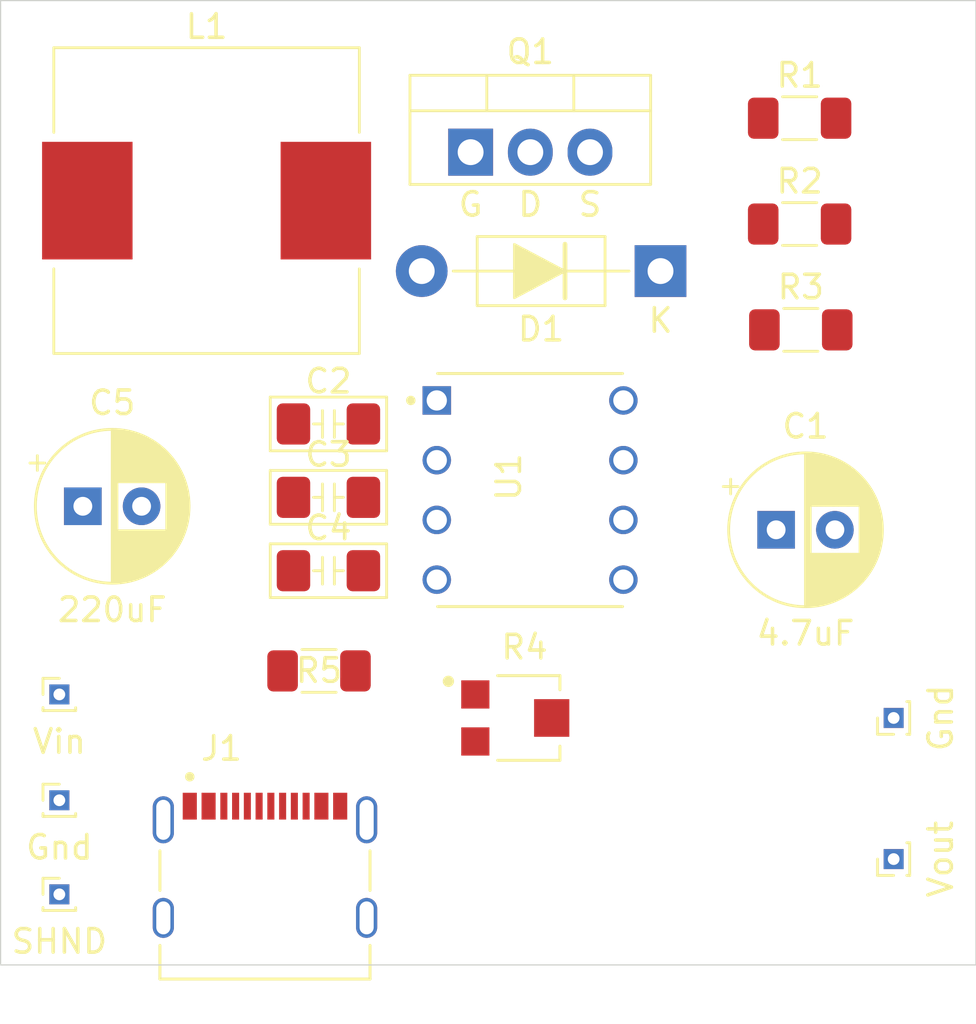
<source format=kicad_pcb>
(kicad_pcb (version 20240108) (generator "pcbnew") (generator_version "8.0")
  (layers (0 "F.Cu" signal) (31 "B.Cu" signal) (34 "B.Paste" user) (35 "F.Paste" user) (36 "B.SilkS" user "B.Silkscreen") (37 "F.SilkS" user "F.Silkscreen") (38 "B.Mask" user) (39 "F.Mask" user) (44 "Edge.Cuts" user))
  (net 0 "")
  (net 1 "VOUT")
  (net 2 "GND")
  (net 3 "Net-(U1-REF)")
  (net 4 "VIN")
  (net 5 "Net-(D1-A)")
  (net 6 "Net-(Q1-S)")
  (net 7 "Net-(Q1-G)")
  (net 8 "SHDN")
  (net 9 "Net-(R1-Pad1)")
  (net 10 "Net-(U1-FB)")
  (net 16 "Net-(J1-CC1)")
  (footprint "PCM_Capacitor_SMD_AKL:C_1206_3216Metric_Pad1.42x1.75mm_HandSolder" (layer "F.Cu") (at 65.95 49.24)
    (property "Reference" "C4" (at 0 -1.82 0) (layer "F.SilkS"))
    (property "Value" "0.1uF")
    (fp_line (start -2.4765 -1.143) (end -2.4765 -1.0795) (stroke (width 0.12)) (layer "F.SilkS"))
    (fp_line (start -2.4765 -1.0795) (end -2.4765 1.143) (stroke (width 0.12)) (layer "F.SilkS"))
    (fp_line (start -2.4765 1.143) (end 2.4765 1.143) (stroke (width 0.12)) (layer "F.SilkS"))
    (fp_line (start -0.254 -0.5715) (end -0.254 0.5715) (stroke (width 0.12)) (layer "F.SilkS"))
    (fp_line (start -0.254 0) (end -0.635 0) (stroke (width 0.12)) (layer "F.SilkS"))
    (fp_line (start 0.254 -0.5715) (end 0.254 0.5715) (stroke (width 0.12)) (layer "F.SilkS"))
    (fp_line (start 0.254 0) (end 0.635 0) (stroke (width 0.12)) (layer "F.SilkS"))
    (fp_line (start 2.4765 -1.143) (end -2.4765 -1.143) (stroke (width 0.12)) (layer "F.SilkS"))
    (fp_line (start 2.4765 1.143) (end 2.4765 -1.143) (stroke (width 0.12)) (layer "F.SilkS"))
    (pad "1" smd roundrect (at -1.4875 0) (size 1.425 1.75) (layers "F.Cu" "F.Paste" "F.Mask") (roundrect_rratio 0.175439) (net 4 "VIN"))
    (pad "2" smd roundrect (at 1.4875 0) (size 1.425 1.75) (layers "F.Cu" "F.Paste" "F.Mask") (roundrect_rratio 0.175439) (net 2 "GND"))
  )
  (footprint "TYPE-C-31-M-12:HRO_TYPE-C-31-M-12" (layer "F.Cu") (at 63.25 64)
    (property "Reference" "J1" (at -1.85 -7.205 0) (layer "F.SilkS"))
    (property "Value" "TYPE-C-31-M-12")
    (fp_line (start -4.47 -2.85) (end -4.47 -1.17) (stroke (width 0.127)) (layer "F.SilkS"))
    (fp_line (start -4.47 2.6) (end -4.47 1.17) (stroke (width 0.127)) (layer "F.SilkS"))
    (fp_line (start -4.47 2.6) (end 4.47 2.6) (stroke (width 0.127)) (layer "F.SilkS"))
    (fp_line (start 4.47 -2.85) (end 4.47 -1.17) (stroke (width 0.127)) (layer "F.SilkS"))
    (fp_line (start 4.47 2.6) (end 4.47 1.17) (stroke (width 0.127)) (layer "F.SilkS"))
    (fp_circle (center -3.2 -6) (end -3.1 -6) (stroke (width 0.2)) (fill none) (layer "F.SilkS"))
    (pad "" np_thru_hole circle (at -2.89 -3.68) (size 0.6 0.6) (drill 0.6) (layers "*.Cu" "*.Mask"))
    (pad "" np_thru_hole circle (at 2.89 -3.68) (size 0.6 0.6) (drill 0.6) (layers "*.Cu" "*.Mask"))
    (pad "A1_B12" smd rect (at -3.2 -4.75) (size 0.6 1.14) (layers "F.Cu" "F.Paste") (net 2 "GND"))
    (pad "A4_B9" smd rect (at -2.4 -4.75) (size 0.6 1.14) (layers "F.Cu" "F.Paste") (net 4 "VIN"))
    (pad "A5" smd rect (at -1.25 -4.75) (size 0.3 1.14) (layers "F.Cu" "F.Paste") (net 16 "Net-(J1-CC1)"))
    (pad "A6" smd rect (at -0.25 -4.75) (size 0.3 1.14) (layers "F.Cu" "F.Paste"))
    (pad "A7" smd rect (at 0.25 -4.75) (size 0.3 1.14) (layers "F.Cu" "F.Paste"))
    (pad "A8" smd rect (at 1.25 -4.75) (size 0.3 1.14) (layers "F.Cu" "F.Paste"))
    (pad "B1_A12" smd rect (at 3.2 -4.75) (size 0.6 1.14) (layers "F.Cu" "F.Paste") (net 2 "GND"))
    (pad "B4_A9" smd rect (at 2.4 -4.75) (size 0.6 1.14) (layers "F.Cu" "F.Paste") (net 4 "VIN"))
    (pad "B5" smd rect (at 1.75 -4.75) (size 0.3 1.14) (layers "F.Cu" "F.Paste"))
    (pad "B6" smd rect (at 0.75 -4.75) (size 0.3 1.14) (layers "F.Cu" "F.Paste"))
    (pad "B7" smd rect (at -0.75 -4.75) (size 0.3 1.14) (layers "F.Cu" "F.Paste"))
    (pad "B8" smd rect (at -1.75 -4.75) (size 0.3 1.14) (layers "F.Cu" "F.Paste"))
    (pad "S1" thru_hole oval (at -4.325 -4.17) (size 0.9 2) (drill oval 0.6 1.7) (layers "*.Cu" "*.Mask") (net 2 "GND"))
    (pad "S2" thru_hole oval (at 4.325 -4.17) (size 0.9 2) (drill oval 0.6 1.7) (layers "*.Cu" "*.Mask") (net 2 "GND"))
    (pad "S3" thru_hole oval (at -4.325 0) (size 0.9 1.7) (drill oval 0.6 1.4) (layers "*.Cu" "*.Mask") (net 2 "GND"))
    (pad "S4" thru_hole oval (at 4.325 0) (size 0.9 1.7) (drill oval 0.6 1.4) (layers "*.Cu" "*.Mask") (net 2 "GND"))
  )
  (footprint "PCM_Diode_THT_AKL:D_DO-41_SOD81_P10.16mm_Horizontal" (layer "F.Cu") (at 80.08 36.5 180)
    (property "Reference" "D1" (at 5.08 -2.47 360) (layer "F.SilkS"))
    (property "Value" "UF4007" (hide yes))
    (fp_line (start 8.82 0) (end 7.8 0) (stroke (width 0.12)) (layer "F.SilkS"))
    (fp_line (start 7.8 1.47) (end 7.8 -1.47) (stroke (width 0.12)) (layer "F.SilkS"))
    (fp_line (start 7.8 -1.47) (end 2.36 -1.47) (stroke (width 0.12)) (layer "F.SilkS"))
    (fp_line (start 6.223 0) (end 7.8 0) (stroke (width 0.12)) (layer "F.SilkS"))
    (fp_line (start 4.064 0) (end 2.36 0) (stroke (width 0.12)) (layer "F.SilkS"))
    (fp_line (start 4.064 -1.143) (end 4.064 1.143) (stroke (width 0.2)) (layer "F.SilkS"))
    (fp_line (start 2.36 1.47) (end 7.8 1.47) (stroke (width 0.12)) (layer "F.SilkS"))
    (fp_line (start 2.36 -1.47) (end 2.36 1.47) (stroke (width 0.12)) (layer "F.SilkS"))
    (fp_line (start 1.34 0) (end 2.36 0) (stroke (width 0.12)) (layer "F.SilkS"))
    (fp_poly (pts (xy 6.223 1.143) (xy 4.064 0) (xy 6.223 -1.143)) (stroke (width 0.1)) (fill solid) (layer "F.SilkS"))
    (fp_text user "K" (at 0 -2.1 360) (layer "F.SilkS"))
    (pad "1" thru_hole rect (at 0 0 180) (size 2.2 2.2) (drill 1.1) (layers "*.Cu" "*.Mask") (net 1 "VOUT"))
    (pad "2" thru_hole oval (at 10.16 0 180) (size 2.2 2.2) (drill 1.1) (layers "*.Cu" "*.Mask") (net 5 "Net-(D1-A)"))
  )
  (footprint "Capacitor_THT:CP_Radial_D6.3mm_P2.50mm" (layer "F.Cu") (at 55.5 46.5)
    (property "Reference" "C5" (at 1.25 -4.4 0) (layer "F.SilkS"))
    (property "Value" "220uF" (at 1.25 4.4 0) (layer "F.SilkS"))
    (fp_line (start -2.250241 -1.839) (end -1.620241 -1.839) (stroke (width 0.12)) (layer "F.SilkS"))
    (fp_line (start -1.935241 -2.154) (end -1.935241 -1.524) (stroke (width 0.12)) (layer "F.SilkS"))
    (fp_line (start 1.25 -3.23) (end 1.25 3.23) (stroke (width 0.12)) (layer "F.SilkS"))
    (fp_line (start 1.29 -3.23) (end 1.29 3.23) (stroke (width 0.12)) (layer "F.SilkS"))
    (fp_line (start 1.33 -3.23) (end 1.33 3.23) (stroke (width 0.12)) (layer "F.SilkS"))
    (fp_line (start 1.37 -3.228) (end 1.37 3.228) (stroke (width 0.12)) (layer "F.SilkS"))
    (fp_line (start 1.41 -3.227) (end 1.41 3.227) (stroke (width 0.12)) (layer "F.SilkS"))
    (fp_line (start 1.45 -3.224) (end 1.45 3.224) (stroke (width 0.12)) (layer "F.SilkS"))
    (fp_line (start 1.49 -3.222) (end 1.49 -1.04) (stroke (width 0.12)) (layer "F.SilkS"))
    (fp_line (start 1.49 1.04) (end 1.49 3.222) (stroke (width 0.12)) (layer "F.SilkS"))
    (fp_line (start 1.53 -3.218) (end 1.53 -1.04) (stroke (width 0.12)) (layer "F.SilkS"))
    (fp_line (start 1.53 1.04) (end 1.53 3.218) (stroke (width 0.12)) (layer "F.SilkS"))
    (fp_line (start 1.57 -3.215) (end 1.57 -1.04) (stroke (width 0.12)) (layer "F.SilkS"))
    (fp_line (start 1.57 1.04) (end 1.57 3.215) (stroke (width 0.12)) (layer "F.SilkS"))
    (fp_line (start 1.61 -3.211) (end 1.61 -1.04) (stroke (width 0.12)) (layer "F.SilkS"))
    (fp_line (start 1.61 1.04) (end 1.61 3.211) (stroke (width 0.12)) (layer "F.SilkS"))
    (fp_line (start 1.65 -3.206) (end 1.65 -1.04) (stroke (width 0.12)) (layer "F.SilkS"))
    (fp_line (start 1.65 1.04) (end 1.65 3.206) (stroke (width 0.12)) (layer "F.SilkS"))
    (fp_line (start 1.69 -3.201) (end 1.69 -1.04) (stroke (width 0.12)) (layer "F.SilkS"))
    (fp_line (start 1.69 1.04) (end 1.69 3.201) (stroke (width 0.12)) (layer "F.SilkS"))
    (fp_line (start 1.73 -3.195) (end 1.73 -1.04) (stroke (width 0.12)) (layer "F.SilkS"))
    (fp_line (start 1.73 1.04) (end 1.73 3.195) (stroke (width 0.12)) (layer "F.SilkS"))
    (fp_line (start 1.77 -3.189) (end 1.77 -1.04) (stroke (width 0.12)) (layer "F.SilkS"))
    (fp_line (start 1.77 1.04) (end 1.77 3.189) (stroke (width 0.12)) (layer "F.SilkS"))
    (fp_line (start 1.81 -3.182) (end 1.81 -1.04) (stroke (width 0.12)) (layer "F.SilkS"))
    (fp_line (start 1.81 1.04) (end 1.81 3.182) (stroke (width 0.12)) (layer "F.SilkS"))
    (fp_line (start 1.85 -3.175) (end 1.85 -1.04) (stroke (width 0.12)) (layer "F.SilkS"))
    (fp_line (start 1.85 1.04) (end 1.85 3.175) (stroke (width 0.12)) (layer "F.SilkS"))
    (fp_line (start 1.89 -3.167) (end 1.89 -1.04) (stroke (width 0.12)) (layer "F.SilkS"))
    (fp_line (start 1.89 1.04) (end 1.89 3.167) (stroke (width 0.12)) (layer "F.SilkS"))
    (fp_line (start 1.93 -3.159) (end 1.93 -1.04) (stroke (width 0.12)) (layer "F.SilkS"))
    (fp_line (start 1.93 1.04) (end 1.93 3.159) (stroke (width 0.12)) (layer "F.SilkS"))
    (fp_line (start 1.971 -3.15) (end 1.971 -1.04) (stroke (width 0.12)) (layer "F.SilkS"))
    (fp_line (start 1.971 1.04) (end 1.971 3.15) (stroke (width 0.12)) (layer "F.SilkS"))
    (fp_line (start 2.011 -3.141) (end 2.011 -1.04) (stroke (width 0.12)) (layer "F.SilkS"))
    (fp_line (start 2.011 1.04) (end 2.011 3.141) (stroke (width 0.12)) (layer "F.SilkS"))
    (fp_line (start 2.051 -3.131) (end 2.051 -1.04) (stroke (width 0.12)) (layer "F.SilkS"))
    (fp_line (start 2.051 1.04) (end 2.051 3.131) (stroke (width 0.12)) (layer "F.SilkS"))
    (fp_line (start 2.091 -3.121) (end 2.091 -1.04) (stroke (width 0.12)) (layer "F.SilkS"))
    (fp_line (start 2.091 1.04) (end 2.091 3.121) (stroke (width 0.12)) (layer "F.SilkS"))
    (fp_line (start 2.131 -3.11) (end 2.131 -1.04) (stroke (width 0.12)) (layer "F.SilkS"))
    (fp_line (start 2.131 1.04) (end 2.131 3.11) (stroke (width 0.12)) (layer "F.SilkS"))
    (fp_line (start 2.171 -3.098) (end 2.171 -1.04) (stroke (width 0.12)) (layer "F.SilkS"))
    (fp_line (start 2.171 1.04) (end 2.171 3.098) (stroke (width 0.12)) (layer "F.SilkS"))
    (fp_line (start 2.211 -3.086) (end 2.211 -1.04) (stroke (width 0.12)) (layer "F.SilkS"))
    (fp_line (start 2.211 1.04) (end 2.211 3.086) (stroke (width 0.12)) (layer "F.SilkS"))
    (fp_line (start 2.251 -3.074) (end 2.251 -1.04) (stroke (width 0.12)) (layer "F.SilkS"))
    (fp_line (start 2.251 1.04) (end 2.251 3.074) (stroke (width 0.12)) (layer "F.SilkS"))
    (fp_line (start 2.291 -3.061) (end 2.291 -1.04) (stroke (width 0.12)) (layer "F.SilkS"))
    (fp_line (start 2.291 1.04) (end 2.291 3.061) (stroke (width 0.12)) (layer "F.SilkS"))
    (fp_line (start 2.331 -3.047) (end 2.331 -1.04) (stroke (width 0.12)) (layer "F.SilkS"))
    (fp_line (start 2.331 1.04) (end 2.331 3.047) (stroke (width 0.12)) (layer "F.SilkS"))
    (fp_line (start 2.371 -3.033) (end 2.371 -1.04) (stroke (width 0.12)) (layer "F.SilkS"))
    (fp_line (start 2.371 1.04) (end 2.371 3.033) (stroke (width 0.12)) (layer "F.SilkS"))
    (fp_line (start 2.411 -3.018) (end 2.411 -1.04) (stroke (width 0.12)) (layer "F.SilkS"))
    (fp_line (start 2.411 1.04) (end 2.411 3.018) (stroke (width 0.12)) (layer "F.SilkS"))
    (fp_line (start 2.451 -3.002) (end 2.451 -1.04) (stroke (width 0.12)) (layer "F.SilkS"))
    (fp_line (start 2.451 1.04) (end 2.451 3.002) (stroke (width 0.12)) (layer "F.SilkS"))
    (fp_line (start 2.491 -2.986) (end 2.491 -1.04) (stroke (width 0.12)) (layer "F.SilkS"))
    (fp_line (start 2.491 1.04) (end 2.491 2.986) (stroke (width 0.12)) (layer "F.SilkS"))
    (fp_line (start 2.531 -2.97) (end 2.531 -1.04) (stroke (width 0.12)) (layer "F.SilkS"))
    (fp_line (start 2.531 1.04) (end 2.531 2.97) (stroke (width 0.12)) (layer "F.SilkS"))
    (fp_line (start 2.571 -2.952) (end 2.571 -1.04) (stroke (width 0.12)) (layer "F.SilkS"))
    (fp_line (start 2.571 1.04) (end 2.571 2.952) (stroke (width 0.12)) (layer "F.SilkS"))
    (fp_line (start 2.611 -2.934) (end 2.611 -1.04) (stroke (width 0.12)) (layer "F.SilkS"))
    (fp_line (start 2.611 1.04) (end 2.611 2.934) (stroke (width 0.12)) (layer "F.SilkS"))
    (fp_line (start 2.651 -2.916) (end 2.651 -1.04) (stroke (width 0.12)) (layer "F.SilkS"))
    (fp_line (start 2.651 1.04) (end 2.651 2.916) (stroke (width 0.12)) (layer "F.SilkS"))
    (fp_line (start 2.691 -2.896) (end 2.691 -1.04) (stroke (width 0.12)) (layer "F.SilkS"))
    (fp_line (start 2.691 1.04) (end 2.691 2.896) (stroke (width 0.12)) (layer "F.SilkS"))
    (fp_line (start 2.731 -2.876) (end 2.731 -1.04) (stroke (width 0.12)) (layer "F.SilkS"))
    (fp_line (start 2.731 1.04) (end 2.731 2.876) (stroke (width 0.12)) (layer "F.SilkS"))
    (fp_line (start 2.771 -2.856) (end 2.771 -1.04) (stroke (width 0.12)) (layer "F.SilkS"))
    (fp_line (start 2.771 1.04) (end 2.771 2.856) (stroke (width 0.12)) (layer "F.SilkS"))
    (fp_line (start 2.811 -2.834) (end 2.811 -1.04) (stroke (width 0.12)) (layer "F.SilkS"))
    (fp_line (start 2.811 1.04) (end 2.811 2.834) (stroke (width 0.12)) (layer "F.SilkS"))
    (fp_line (start 2.851 -2.812) (end 2.851 -1.04) (stroke (width 0.12)) (layer "F.SilkS"))
    (fp_line (start 2.851 1.04) (end 2.851 2.812) (stroke (width 0.12)) (layer "F.SilkS"))
    (fp_line (start 2.891 -2.79) (end 2.891 -1.04) (stroke (width 0.12)) (layer "F.SilkS"))
    (fp_line (start 2.891 1.04) (end 2.891 2.79) (stroke (width 0.12)) (layer "F.SilkS"))
    (fp_line (start 2.931 -2.766) (end 2.931 -1.04) (stroke (width 0.12)) (layer "F.SilkS"))
    (fp_line (start 2.931 1.04) (end 2.931 2.766) (stroke (width 0.12)) (layer "F.SilkS"))
    (fp_line (start 2.971 -2.742) (end 2.971 -1.04) (stroke (width 0.12)) (layer "F.SilkS"))
    (fp_line (start 2.971 1.04) (end 2.971 2.742) (stroke (width 0.12)) (layer "F.SilkS"))
    (fp_line (start 3.011 -2.716) (end 3.011 -1.04) (stroke (width 0.12)) (layer "F.SilkS"))
    (fp_line (start 3.011 1.04) (end 3.011 2.716) (stroke (width 0.12)) (layer "F.SilkS"))
    (fp_line (start 3.051 -2.69) (end 3.051 -1.04) (stroke (width 0.12)) (layer "F.SilkS"))
    (fp_line (start 3.051 1.04) (end 3.051 2.69) (stroke (width 0.12)) (layer "F.SilkS"))
    (fp_line (start 3.091 -2.664) (end 3.091 -1.04) (stroke (width 0.12)) (layer "F.SilkS"))
    (fp_line (start 3.091 1.04) (end 3.091 2.664) (stroke (width 0.12)) (layer "F.SilkS"))
    (fp_line (start 3.131 -2.636) (end 3.131 -1.04) (stroke (width 0.12)) (layer "F.SilkS"))
    (fp_line (start 3.131 1.04) (end 3.131 2.636) (stroke (width 0.12)) (layer "F.SilkS"))
    (fp_line (start 3.171 -2.607) (end 3.171 -1.04) (stroke (width 0.12)) (layer "F.SilkS"))
    (fp_line (start 3.171 1.04) (end 3.171 2.607) (stroke (width 0.12)) (layer "F.SilkS"))
    (fp_line (start 3.211 -2.578) (end 3.211 -1.04) (stroke (width 0.12)) (layer "F.SilkS"))
    (fp_line (start 3.211 1.04) (end 3.211 2.578) (stroke (width 0.12)) (layer "F.SilkS"))
    (fp_line (start 3.251 -2.548) (end 3.251 -1.04) (stroke (width 0.12)) (layer "F.SilkS"))
    (fp_line (start 3.251 1.04) (end 3.251 2.548) (stroke (width 0.12)) (layer "F.SilkS"))
    (fp_line (start 3.291 -2.516) (end 3.291 -1.04) (stroke (width 0.12)) (layer "F.SilkS"))
    (fp_line (start 3.291 1.04) (end 3.291 2.516) (stroke (width 0.12)) (layer "F.SilkS"))
    (fp_line (start 3.331 -2.484) (end 3.331 -1.04) (stroke (width 0.12)) (layer "F.SilkS"))
    (fp_line (start 3.331 1.04) (end 3.331 2.484) (stroke (width 0.12)) (layer "F.SilkS"))
    (fp_line (start 3.371 -2.45) (end 3.371 -1.04) (stroke (width 0.12)) (layer "F.SilkS"))
    (fp_line (start 3.371 1.04) (end 3.371 2.45) (stroke (width 0.12)) (layer "F.SilkS"))
    (fp_line (start 3.411 -2.416) (end 3.411 -1.04) (stroke (width 0.12)) (layer "F.SilkS"))
    (fp_line (start 3.411 1.04) (end 3.411 2.416) (stroke (width 0.12)) (layer "F.SilkS"))
    (fp_line (start 3.451 -2.38) (end 3.451 -1.04) (stroke (width 0.12)) (layer "F.SilkS"))
    (fp_line (start 3.451 1.04) (end 3.451 2.38) (stroke (width 0.12)) (layer "F.SilkS"))
    (fp_line (start 3.491 -2.343) (end 3.491 -1.04) (stroke (width 0.12)) (layer "F.SilkS"))
    (fp_line (start 3.491 1.04) (end 3.491 2.343) (stroke (width 0.12)) (layer "F.SilkS"))
    (fp_line (start 3.531 -2.305) (end 3.531 -1.04) (stroke (width 0.12)) (layer "F.SilkS"))
    (fp_line (start 3.531 1.04) (end 3.531 2.305) (stroke (width 0.12)) (layer "F.SilkS"))
    (fp_line (start 3.571 -2.265) (end 3.571 2.265) (stroke (width 0.12)) (layer "F.SilkS"))
    (fp_line (start 3.611 -2.224) (end 3.611 2.224) (stroke (width 0.12)) (layer "F.SilkS"))
    (fp_line (start 3.651 -2.182) (end 3.651 2.182) (stroke (width 0.12)) (layer "F.SilkS"))
    (fp_line (start 3.691 -2.137) (end 3.691 2.137) (stroke (width 0.12)) (layer "F.SilkS"))
    (fp_line (start 3.731 -2.092) (end 3.731 2.092) (stroke (width 0.12)) (layer "F.SilkS"))
    (fp_line (start 3.771 -2.044) (end 3.771 2.044) (stroke (width 0.12)) (layer "F.SilkS"))
    (fp_line (start 3.811 -1.995) (end 3.811 1.995) (stroke (width 0.12)) (layer "F.SilkS"))
    (fp_line (start 3.851 -1.944) (end 3.851 1.944) (stroke (width 0.12)) (layer "F.SilkS"))
    (fp_line (start 3.891 -1.89) (end 3.891 1.89) (stroke (width 0.12)) (layer "F.SilkS"))
    (fp_line (start 3.931 -1.834) (end 3.931 1.834) (stroke (width 0.12)) (layer "F.SilkS"))
    (fp_line (start 3.971 -1.776) (end 3.971 1.776) (stroke (width 0.12)) (layer "F.SilkS"))
    (fp_line (start 4.011 -1.714) (end 4.011 1.714) (stroke (width 0.12)) (layer "F.SilkS"))
    (fp_line (start 4.051 -1.65) (end 4.051 1.65) (stroke (width 0.12)) (layer "F.SilkS"))
    (fp_line (start 4.091 -1.581) (end 4.091 1.581) (stroke (width 0.12)) (layer "F.SilkS"))
    (fp_line (start 4.131 -1.509) (end 4.131 1.509) (stroke (width 0.12)) (layer "F.SilkS"))
    (fp_line (start 4.171 -1.432) (end 4.171 1.432) (stroke (width 0.12)) (layer "F.SilkS"))
    (fp_line (start 4.211 -1.35) (end 4.211 1.35) (stroke (width 0.12)) (layer "F.SilkS"))
    (fp_line (start 4.251 -1.262) (end 4.251 1.262) (stroke (width 0.12)) (layer "F.SilkS"))
    (fp_line (start 4.291 -1.165) (end 4.291 1.165) (stroke (width 0.12)) (layer "F.SilkS"))
    (fp_line (start 4.331 -1.059) (end 4.331 1.059) (stroke (width 0.12)) (layer "F.SilkS"))
    (fp_line (start 4.371 -0.94) (end 4.371 0.94) (stroke (width 0.12)) (layer "F.SilkS"))
    (fp_line (start 4.411 -0.802) (end 4.411 0.802) (stroke (width 0.12)) (layer "F.SilkS"))
    (fp_line (start 4.451 -0.633) (end 4.451 0.633) (stroke (width 0.12)) (layer "F.SilkS"))
    (fp_line (start 4.491 -0.402) (end 4.491 0.402) (stroke (width 0.12)) (layer "F.SilkS"))
    (fp_circle (center 1.25 0) (end 4.52 0) (stroke (width 0.12)) (fill none) (layer "F.SilkS"))
    (pad "1" thru_hole rect (at 0 0) (size 1.6 1.6) (drill 0.8) (layers "*.Cu" "*.Mask") (net 4 "VIN"))
    (pad "2" thru_hole circle (at 2.5 0) (size 1.6 1.6) (drill 0.8) (layers "*.Cu" "*.Mask") (net 2 "GND"))
  )
  (footprint "PCM_Package_TO_SOT_THT_AKL:TO-220-3_Vertical_GDS" (layer "F.Cu") (at 72 31.445)
    (property "Reference" "Q1" (at 2.54 -4.27 0) (layer "F.SilkS"))
    (property "Value" "200N25N" (hide yes))
    (fp_line (start -2.58 -3.27) (end -2.58 1.371) (stroke (width 0.12)) (layer "F.SilkS"))
    (fp_line (start -2.58 -3.27) (end 7.66 -3.27) (stroke (width 0.12)) (layer "F.SilkS"))
    (fp_line (start -2.58 -1.76) (end 7.66 -1.76) (stroke (width 0.12)) (layer "F.SilkS"))
    (fp_line (start -2.58 1.371) (end 7.66 1.371) (stroke (width 0.12)) (layer "F.SilkS"))
    (fp_line (start 0.69 -3.27) (end 0.69 -1.76) (stroke (width 0.12)) (layer "F.SilkS"))
    (fp_line (start 4.391 -3.27) (end 4.391 -1.76) (stroke (width 0.12)) (layer "F.SilkS"))
    (fp_line (start 7.66 -3.27) (end 7.66 1.371) (stroke (width 0.12)) (layer "F.SilkS"))
    (fp_text user "S" (at 5.08 2.2225 0) (layer "F.SilkS"))
    (fp_text user "D" (at 2.54 2.2225 0) (layer "F.SilkS"))
    (fp_text user "G" (at 0 2.2225 0) (layer "F.SilkS"))
    (pad "1" thru_hole rect (at 0 0) (size 1.905 2) (drill 1.1) (layers "*.Cu" "*.Mask") (net 7 "Net-(Q1-G)"))
    (pad "2" thru_hole oval (at 2.54 0) (size 1.905 2) (drill 1.1) (layers "*.Cu" "*.Mask") (net 5 "Net-(D1-A)"))
    (pad "3" thru_hole oval (at 5.08 0) (size 1.905 2) (drill 1.1) (layers "*.Cu" "*.Mask") (net 6 "Net-(Q1-S)"))
  )
  (footprint "Capacitor_THT:CP_Radial_D6.3mm_P2.50mm" (layer "F.Cu") (at 85 47.5)
    (property "Reference" "C1" (at 1.25 -4.4 0) (layer "F.SilkS"))
    (property "Value" "4.7uF" (at 1.25 4.4 0) (layer "F.SilkS"))
    (fp_line (start -2.250241 -1.839) (end -1.620241 -1.839) (stroke (width 0.12)) (layer "F.SilkS"))
    (fp_line (start -1.935241 -2.154) (end -1.935241 -1.524) (stroke (width 0.12)) (layer "F.SilkS"))
    (fp_line (start 1.25 -3.23) (end 1.25 3.23) (stroke (width 0.12)) (layer "F.SilkS"))
    (fp_line (start 1.29 -3.23) (end 1.29 3.23) (stroke (width 0.12)) (layer "F.SilkS"))
    (fp_line (start 1.33 -3.23) (end 1.33 3.23) (stroke (width 0.12)) (layer "F.SilkS"))
    (fp_line (start 1.37 -3.228) (end 1.37 3.228) (stroke (width 0.12)) (layer "F.SilkS"))
    (fp_line (start 1.41 -3.227) (end 1.41 3.227) (stroke (width 0.12)) (layer "F.SilkS"))
    (fp_line (start 1.45 -3.224) (end 1.45 3.224) (stroke (width 0.12)) (layer "F.SilkS"))
    (fp_line (start 1.49 -3.222) (end 1.49 -1.04) (stroke (width 0.12)) (layer "F.SilkS"))
    (fp_line (start 1.49 1.04) (end 1.49 3.222) (stroke (width 0.12)) (layer "F.SilkS"))
    (fp_line (start 1.53 -3.218) (end 1.53 -1.04) (stroke (width 0.12)) (layer "F.SilkS"))
    (fp_line (start 1.53 1.04) (end 1.53 3.218) (stroke (width 0.12)) (layer "F.SilkS"))
    (fp_line (start 1.57 -3.215) (end 1.57 -1.04) (stroke (width 0.12)) (layer "F.SilkS"))
    (fp_line (start 1.57 1.04) (end 1.57 3.215) (stroke (width 0.12)) (layer "F.SilkS"))
    (fp_line (start 1.61 -3.211) (end 1.61 -1.04) (stroke (width 0.12)) (layer "F.SilkS"))
    (fp_line (start 1.61 1.04) (end 1.61 3.211) (stroke (width 0.12)) (layer "F.SilkS"))
    (fp_line (start 1.65 -3.206) (end 1.65 -1.04) (stroke (width 0.12)) (layer "F.SilkS"))
    (fp_line (start 1.65 1.04) (end 1.65 3.206) (stroke (width 0.12)) (layer "F.SilkS"))
    (fp_line (start 1.69 -3.201) (end 1.69 -1.04) (stroke (width 0.12)) (layer "F.SilkS"))
    (fp_line (start 1.69 1.04) (end 1.69 3.201) (stroke (width 0.12)) (layer "F.SilkS"))
    (fp_line (start 1.73 -3.195) (end 1.73 -1.04) (stroke (width 0.12)) (layer "F.SilkS"))
    (fp_line (start 1.73 1.04) (end 1.73 3.195) (stroke (width 0.12)) (layer "F.SilkS"))
    (fp_line (start 1.77 -3.189) (end 1.77 -1.04) (stroke (width 0.12)) (layer "F.SilkS"))
    (fp_line (start 1.77 1.04) (end 1.77 3.189) (stroke (width 0.12)) (layer "F.SilkS"))
    (fp_line (start 1.81 -3.182) (end 1.81 -1.04) (stroke (width 0.12)) (layer "F.SilkS"))
    (fp_line (start 1.81 1.04) (end 1.81 3.182) (stroke (width 0.12)) (layer "F.SilkS"))
    (fp_line (start 1.85 -3.175) (end 1.85 -1.04) (stroke (width 0.12)) (layer "F.SilkS"))
    (fp_line (start 1.85 1.04) (end 1.85 3.175) (stroke (width 0.12)) (layer "F.SilkS"))
    (fp_line (start 1.89 -3.167) (end 1.89 -1.04) (stroke (width 0.12)) (layer "F.SilkS"))
    (fp_line (start 1.89 1.04) (end 1.89 3.167) (stroke (width 0.12)) (layer "F.SilkS"))
    (fp_line (start 1.93 -3.159) (end 1.93 -1.04) (stroke (width 0.12)) (layer "F.SilkS"))
    (fp_line (start 1.93 1.04) (end 1.93 3.159) (stroke (width 0.12)) (layer "F.SilkS"))
    (fp_line (start 1.971 -3.15) (end 1.971 -1.04) (stroke (width 0.12)) (layer "F.SilkS"))
    (fp_line (start 1.971 1.04) (end 1.971 3.15) (stroke (width 0.12)) (layer "F.SilkS"))
    (fp_line (start 2.011 -3.141) (end 2.011 -1.04) (stroke (width 0.12)) (layer "F.SilkS"))
    (fp_line (start 2.011 1.04) (end 2.011 3.141) (stroke (width 0.12)) (layer "F.SilkS"))
    (fp_line (start 2.051 -3.131) (end 2.051 -1.04) (stroke (width 0.12)) (layer "F.SilkS"))
    (fp_line (start 2.051 1.04) (end 2.051 3.131) (stroke (width 0.12)) (layer "F.SilkS"))
    (fp_line (start 2.091 -3.121) (end 2.091 -1.04) (stroke (width 0.12)) (layer "F.SilkS"))
    (fp_line (start 2.091 1.04) (end 2.091 3.121) (stroke (width 0.12)) (layer "F.SilkS"))
    (fp_line (start 2.131 -3.11) (end 2.131 -1.04) (stroke (width 0.12)) (layer "F.SilkS"))
    (fp_line (start 2.131 1.04) (end 2.131 3.11) (stroke (width 0.12)) (layer "F.SilkS"))
    (fp_line (start 2.171 -3.098) (end 2.171 -1.04) (stroke (width 0.12)) (layer "F.SilkS"))
    (fp_line (start 2.171 1.04) (end 2.171 3.098) (stroke (width 0.12)) (layer "F.SilkS"))
    (fp_line (start 2.211 -3.086) (end 2.211 -1.04) (stroke (width 0.12)) (layer "F.SilkS"))
    (fp_line (start 2.211 1.04) (end 2.211 3.086) (stroke (width 0.12)) (layer "F.SilkS"))
    (fp_line (start 2.251 -3.074) (end 2.251 -1.04) (stroke (width 0.12)) (layer "F.SilkS"))
    (fp_line (start 2.251 1.04) (end 2.251 3.074) (stroke (width 0.12)) (layer "F.SilkS"))
    (fp_line (start 2.291 -3.061) (end 2.291 -1.04) (stroke (width 0.12)) (layer "F.SilkS"))
    (fp_line (start 2.291 1.04) (end 2.291 3.061) (stroke (width 0.12)) (layer "F.SilkS"))
    (fp_line (start 2.331 -3.047) (end 2.331 -1.04) (stroke (width 0.12)) (layer "F.SilkS"))
    (fp_line (start 2.331 1.04) (end 2.331 3.047) (stroke (width 0.12)) (layer "F.SilkS"))
    (fp_line (start 2.371 -3.033) (end 2.371 -1.04) (stroke (width 0.12)) (layer "F.SilkS"))
    (fp_line (start 2.371 1.04) (end 2.371 3.033) (stroke (width 0.12)) (layer "F.SilkS"))
    (fp_line (start 2.411 -3.018) (end 2.411 -1.04) (stroke (width 0.12)) (layer "F.SilkS"))
    (fp_line (start 2.411 1.04) (end 2.411 3.018) (stroke (width 0.12)) (layer "F.SilkS"))
    (fp_line (start 2.451 -3.002) (end 2.451 -1.04) (stroke (width 0.12)) (layer "F.SilkS"))
    (fp_line (start 2.451 1.04) (end 2.451 3.002) (stroke (width 0.12)) (layer "F.SilkS"))
    (fp_line (start 2.491 -2.986) (end 2.491 -1.04) (stroke (width 0.12)) (layer "F.SilkS"))
    (fp_line (start 2.491 1.04) (end 2.491 2.986) (stroke (width 0.12)) (layer "F.SilkS"))
    (fp_line (start 2.531 -2.97) (end 2.531 -1.04) (stroke (width 0.12)) (layer "F.SilkS"))
    (fp_line (start 2.531 1.04) (end 2.531 2.97) (stroke (width 0.12)) (layer "F.SilkS"))
    (fp_line (start 2.571 -2.952) (end 2.571 -1.04) (stroke (width 0.12)) (layer "F.SilkS"))
    (fp_line (start 2.571 1.04) (end 2.571 2.952) (stroke (width 0.12)) (layer "F.SilkS"))
    (fp_line (start 2.611 -2.934) (end 2.611 -1.04) (stroke (width 0.12)) (layer "F.SilkS"))
    (fp_line (start 2.611 1.04) (end 2.611 2.934) (stroke (width 0.12)) (layer "F.SilkS"))
    (fp_line (start 2.651 -2.916) (end 2.651 -1.04) (stroke (width 0.12)) (layer "F.SilkS"))
    (fp_line (start 2.651 1.04) (end 2.651 2.916) (stroke (width 0.12)) (layer "F.SilkS"))
    (fp_line (start 2.691 -2.896) (end 2.691 -1.04) (stroke (width 0.12)) (layer "F.SilkS"))
    (fp_line (start 2.691 1.04) (end 2.691 2.896) (stroke (width 0.12)) (layer "F.SilkS"))
    (fp_line (start 2.731 -2.876) (end 2.731 -1.04) (stroke (width 0.12)) (layer "F.SilkS"))
    (fp_line (start 2.731 1.04) (end 2.731 2.876) (stroke (width 0.12)) (layer "F.SilkS"))
    (fp_line (start 2.771 -2.856) (end 2.771 -1.04) (stroke (width 0.12)) (layer "F.SilkS"))
    (fp_line (start 2.771 1.04) (end 2.771 2.856) (stroke (width 0.12)) (layer "F.SilkS"))
    (fp_line (start 2.811 -2.834) (end 2.811 -1.04) (stroke (width 0.12)) (layer "F.SilkS"))
    (fp_line (start 2.811 1.04) (end 2.811 2.834) (stroke (width 0.12)) (layer "F.SilkS"))
    (fp_line (start 2.851 -2.812) (end 2.851 -1.04) (stroke (width 0.12)) (layer "F.SilkS"))
    (fp_line (start 2.851 1.04) (end 2.851 2.812) (stroke (width 0.12)) (layer "F.SilkS"))
    (fp_line (start 2.891 -2.79) (end 2.891 -1.04) (stroke (width 0.12)) (layer "F.SilkS"))
    (fp_line (start 2.891 1.04) (end 2.891 2.79) (stroke (width 0.12)) (layer "F.SilkS"))
    (fp_line (start 2.931 -2.766) (end 2.931 -1.04) (stroke (width 0.12)) (layer "F.SilkS"))
    (fp_line (start 2.931 1.04) (end 2.931 2.766) (stroke (width 0.12)) (layer "F.SilkS"))
    (fp_line (start 2.971 -2.742) (end 2.971 -1.04) (stroke (width 0.12)) (layer "F.SilkS"))
    (fp_line (start 2.971 1.04) (end 2.971 2.742) (stroke (width 0.12)) (layer "F.SilkS"))
    (fp_line (start 3.011 -2.716) (end 3.011 -1.04) (stroke (width 0.12)) (layer "F.SilkS"))
    (fp_line (start 3.011 1.04) (end 3.011 2.716) (stroke (width 0.12)) (layer "F.SilkS"))
    (fp_line (start 3.051 -2.69) (end 3.051 -1.04) (stroke (width 0.12)) (layer "F.SilkS"))
    (fp_line (start 3.051 1.04) (end 3.051 2.69) (stroke (width 0.12)) (layer "F.SilkS"))
    (fp_line (start 3.091 -2.664) (end 3.091 -1.04) (stroke (width 0.12)) (layer "F.SilkS"))
    (fp_line (start 3.091 1.04) (end 3.091 2.664) (stroke (width 0.12)) (layer "F.SilkS"))
    (fp_line (start 3.131 -2.636) (end 3.131 -1.04) (stroke (width 0.12)) (layer "F.SilkS"))
    (fp_line (start 3.131 1.04) (end 3.131 2.636) (stroke (width 0.12)) (layer "F.SilkS"))
    (fp_line (start 3.171 -2.607) (end 3.171 -1.04) (stroke (width 0.12)) (layer "F.SilkS"))
    (fp_line (start 3.171 1.04) (end 3.171 2.607) (stroke (width 0.12)) (layer "F.SilkS"))
    (fp_line (start 3.211 -2.578) (end 3.211 -1.04) (stroke (width 0.12)) (layer "F.SilkS"))
    (fp_line (start 3.211 1.04) (end 3.211 2.578) (stroke (width 0.12)) (layer "F.SilkS"))
    (fp_line (start 3.251 -2.548) (end 3.251 -1.04) (stroke (width 0.12)) (layer "F.SilkS"))
    (fp_line (start 3.251 1.04) (end 3.251 2.548) (stroke (width 0.12)) (layer "F.SilkS"))
    (fp_line (start 3.291 -2.516) (end 3.291 -1.04) (stroke (width 0.12)) (layer "F.SilkS"))
    (fp_line (start 3.291 1.04) (end 3.291 2.516) (stroke (width 0.12)) (layer "F.SilkS"))
    (fp_line (start 3.331 -2.484) (end 3.331 -1.04) (stroke (width 0.12)) (layer "F.SilkS"))
    (fp_line (start 3.331 1.04) (end 3.331 2.484) (stroke (width 0.12)) (layer "F.SilkS"))
    (fp_line (start 3.371 -2.45) (end 3.371 -1.04) (stroke (width 0.12)) (layer "F.SilkS"))
    (fp_line (start 3.371 1.04) (end 3.371 2.45) (stroke (width 0.12)) (layer "F.SilkS"))
    (fp_line (start 3.411 -2.416) (end 3.411 -1.04) (stroke (width 0.12)) (layer "F.SilkS"))
    (fp_line (start 3.411 1.04) (end 3.411 2.416) (stroke (width 0.12)) (layer "F.SilkS"))
    (fp_line (start 3.451 -2.38) (end 3.451 -1.04) (stroke (width 0.12)) (layer "F.SilkS"))
    (fp_line (start 3.451 1.04) (end 3.451 2.38) (stroke (width 0.12)) (layer "F.SilkS"))
    (fp_line (start 3.491 -2.343) (end 3.491 -1.04) (stroke (width 0.12)) (layer "F.SilkS"))
    (fp_line (start 3.491 1.04) (end 3.491 2.343) (stroke (width 0.12)) (layer "F.SilkS"))
    (fp_line (start 3.531 -2.305) (end 3.531 -1.04) (stroke (width 0.12)) (layer "F.SilkS"))
    (fp_line (start 3.531 1.04) (end 3.531 2.305) (stroke (width 0.12)) (layer "F.SilkS"))
    (fp_line (start 3.571 -2.265) (end 3.571 2.265) (stroke (width 0.12)) (layer "F.SilkS"))
    (fp_line (start 3.611 -2.224) (end 3.611 2.224) (stroke (width 0.12)) (layer "F.SilkS"))
    (fp_line (start 3.651 -2.182) (end 3.651 2.182) (stroke (width 0.12)) (layer "F.SilkS"))
    (fp_line (start 3.691 -2.137) (end 3.691 2.137) (stroke (width 0.12)) (layer "F.SilkS"))
    (fp_line (start 3.731 -2.092) (end 3.731 2.092) (stroke (width 0.12)) (layer "F.SilkS"))
    (fp_line (start 3.771 -2.044) (end 3.771 2.044) (stroke (width 0.12)) (layer "F.SilkS"))
    (fp_line (start 3.811 -1.995) (end 3.811 1.995) (stroke (width 0.12)) (layer "F.SilkS"))
    (fp_line (start 3.851 -1.944) (end 3.851 1.944) (stroke (width 0.12)) (layer "F.SilkS"))
    (fp_line (start 3.891 -1.89) (end 3.891 1.89) (stroke (width 0.12)) (layer "F.SilkS"))
    (fp_line (start 3.931 -1.834) (end 3.931 1.834) (stroke (width 0.12)) (layer "F.SilkS"))
    (fp_line (start 3.971 -1.776) (end 3.971 1.776) (stroke (width 0.12)) (layer "F.SilkS"))
    (fp_line (start 4.011 -1.714) (end 4.011 1.714) (stroke (width 0.12)) (layer "F.SilkS"))
    (fp_line (start 4.051 -1.65) (end 4.051 1.65) (stroke (width 0.12)) (layer "F.SilkS"))
    (fp_line (start 4.091 -1.581) (end 4.091 1.581) (stroke (width 0.12)) (layer "F.SilkS"))
    (fp_line (start 4.131 -1.509) (end 4.131 1.509) (stroke (width 0.12)) (layer "F.SilkS"))
    (fp_line (start 4.171 -1.432) (end 4.171 1.432) (stroke (width 0.12)) (layer "F.SilkS"))
    (fp_line (start 4.211 -1.35) (end 4.211 1.35) (stroke (width 0.12)) (layer "F.SilkS"))
    (fp_line (start 4.251 -1.262) (end 4.251 1.262) (stroke (width 0.12)) (layer "F.SilkS"))
    (fp_line (start 4.291 -1.165) (end 4.291 1.165) (stroke (width 0.12)) (layer "F.SilkS"))
    (fp_line (start 4.331 -1.059) (end 4.331 1.059) (stroke (width 0.12)) (layer "F.SilkS"))
    (fp_line (start 4.371 -0.94) (end 4.371 0.94) (stroke (width 0.12)) (layer "F.SilkS"))
    (fp_line (start 4.411 -0.802) (end 4.411 0.802) (stroke (width 0.12)) (layer "F.SilkS"))
    (fp_line (start 4.451 -0.633) (end 4.451 0.633) (stroke (width 0.12)) (layer "F.SilkS"))
    (fp_line (start 4.491 -0.402) (end 4.491 0.402) (stroke (width 0.12)) (layer "F.SilkS"))
    (fp_circle (center 1.25 0) (end 4.52 0) (stroke (width 0.12)) (fill none) (layer "F.SilkS"))
    (pad "1" thru_hole rect (at 0 0) (size 1.6 1.6) (drill 0.8) (layers "*.Cu" "*.Mask") (net 1 "VOUT"))
    (pad "2" thru_hole circle (at 2.5 0) (size 1.6 1.6) (drill 0.8) (layers "*.Cu" "*.Mask") (net 2 "GND"))
  )
  (footprint "Connector_PinHeader_1.00mm:PinHeader_1x01_P1.00mm_Vertical" (layer "F.Cu") (at 54.5 54.5)
    (property "Reference" "TP1" (hide yes))
    (property "Value" "Vin" (at 0 2 0) (layer "F.SilkS"))
    (fp_line (start -0.695 -0.685) (end 0 -0.685) (stroke (width 0.12)) (layer "F.SilkS"))
    (fp_line (start -0.695 0) (end -0.695 -0.685) (stroke (width 0.12)) (layer "F.SilkS"))
    (fp_line (start -0.695 0.685) (end -0.695 0.56) (stroke (width 0.12)) (layer "F.SilkS"))
    (fp_line (start -0.695 0.685) (end -0.608276 0.685) (stroke (width 0.12)) (layer "F.SilkS"))
    (fp_line (start -0.695 0.685) (end 0.695 0.685) (stroke (width 0.12)) (layer "F.SilkS"))
    (fp_line (start 0.608276 0.685) (end 0.695 0.685) (stroke (width 0.12)) (layer "F.SilkS"))
    (fp_line (start 0.695 0.685) (end 0.695 0.56) (stroke (width 0.12)) (layer "F.SilkS"))
    (pad "1" thru_hole rect (at 0 0) (size 0.85 0.85) (drill 0.5) (layers "*.Cu" "*.Mask") (net 4 "VIN"))
  )
  (footprint "Connector_PinHeader_1.00mm:PinHeader_1x01_P1.00mm_Vertical" (layer "F.Cu") (at 54.5 59)
    (property "Reference" "TP4" (hide yes))
    (property "Value" "Gnd" (at 0 2 0) (layer "F.SilkS"))
    (fp_line (start -0.695 -0.685) (end 0 -0.685) (stroke (width 0.12)) (layer "F.SilkS"))
    (fp_line (start -0.695 0) (end -0.695 -0.685) (stroke (width 0.12)) (layer "F.SilkS"))
    (fp_line (start -0.695 0.685) (end -0.695 0.56) (stroke (width 0.12)) (layer "F.SilkS"))
    (fp_line (start -0.695 0.685) (end -0.608276 0.685) (stroke (width 0.12)) (layer "F.SilkS"))
    (fp_line (start -0.695 0.685) (end 0.695 0.685) (stroke (width 0.12)) (layer "F.SilkS"))
    (fp_line (start 0.608276 0.685) (end 0.695 0.685) (stroke (width 0.12)) (layer "F.SilkS"))
    (fp_line (start 0.695 0.685) (end 0.695 0.56) (stroke (width 0.12)) (layer "F.SilkS"))
    (pad "1" thru_hole rect (at 0 0) (size 0.85 0.85) (drill 0.5) (layers "*.Cu" "*.Mask") (net 2 "GND"))
  )
  (footprint "Resistor_SMD:R_1206_3216Metric_Pad1.30x1.75mm_HandSolder" (layer "F.Cu") (at 86.05 39)
    (property "Reference" "R3" (at 0 -1.82 0) (layer "F.SilkS"))
    (property "Value" "0.3R")
    (fp_line (start -0.727064 -0.91) (end 0.727064 -0.91) (stroke (width 0.12)) (layer "F.SilkS"))
    (fp_line (start -0.727064 0.91) (end 0.727064 0.91) (stroke (width 0.12)) (layer "F.SilkS"))
    (pad "1" smd roundrect (at -1.55 0) (size 1.3 1.75) (layers "F.Cu" "F.Paste" "F.Mask") (roundrect_rratio 0.192308) (net 6 "Net-(Q1-S)"))
    (pad "2" smd roundrect (at 1.55 0) (size 1.3 1.75) (layers "F.Cu" "F.Paste" "F.Mask") (roundrect_rratio 0.192308) (net 2 "GND"))
  )
  (footprint "Connector_PinHeader_1.00mm:PinHeader_1x01_P1.00mm_Vertical" (layer "F.Cu") (at 90 61.5 90)
    (property "Reference" "TP2" (hide yes))
    (property "Value" "Vout" (at 0 2 90) (layer "F.SilkS"))
    (fp_line (start -0.695 -0.685) (end 0 -0.685) (stroke (width 0.12)) (layer "F.SilkS"))
    (fp_line (start -0.695 0) (end -0.695 -0.685) (stroke (width 0.12)) (layer "F.SilkS"))
    (fp_line (start 0.695 0.685) (end 0.695 0.56) (stroke (width 0.12)) (layer "F.SilkS"))
    (fp_line (start 0.608276 0.685) (end 0.695 0.685) (stroke (width 0.12)) (layer "F.SilkS"))
    (fp_line (start -0.695 0.685) (end -0.695 0.56) (stroke (width 0.12)) (layer "F.SilkS"))
    (fp_line (start -0.695 0.685) (end 0.695 0.685) (stroke (width 0.12)) (layer "F.SilkS"))
    (fp_line (start -0.695 0.685) (end -0.608276 0.685) (stroke (width 0.12)) (layer "F.SilkS"))
    (pad "1" thru_hole rect (at 0 0 90) (size 0.85 0.85) (drill 0.5) (layers "*.Cu" "*.Mask") (net 1 "VOUT"))
  )
  (footprint "Resistor_SMD:R_1206_3216Metric_Pad1.30x1.75mm_HandSolder" (layer "F.Cu") (at 86 34.5)
    (property "Reference" "R2" (at 0 -1.82 0) (layer "F.SilkS"))
    (property "Value" "10k")
    (fp_line (start -0.727064 -0.91) (end 0.727064 -0.91) (stroke (width 0.12)) (layer "F.SilkS"))
    (fp_line (start -0.727064 0.91) (end 0.727064 0.91) (stroke (width 0.12)) (layer "F.SilkS"))
    (pad "1" smd roundrect (at -1.55 0) (size 1.3 1.75) (layers "F.Cu" "F.Paste" "F.Mask") (roundrect_rratio 0.192308) (net 10 "Net-(U1-FB)"))
    (pad "2" smd roundrect (at 1.55 0) (size 1.3 1.75) (layers "F.Cu" "F.Paste" "F.Mask") (roundrect_rratio 0.192308) (net 2 "GND"))
  )
  (footprint "Inductor_SMD:L_Wuerth_HCI-1335" (layer "F.Cu") (at 60.765 33.505)
    (property "Reference" "L1" (at 0 -7.4 0) (layer "F.SilkS"))
    (property "Value" "110uH")
    (fp_line (start -6.5 -6.5) (end 6.5 -6.5) (stroke (width 0.12)) (layer "F.SilkS"))
    (fp_line (start -6.5 -2.9) (end -6.5 -6.5) (stroke (width 0.12)) (layer "F.SilkS"))
    (fp_line (start -6.5 2.9) (end -6.5 6.5) (stroke (width 0.12)) (layer "F.SilkS"))
    (fp_line (start -6.5 6.5) (end 6.5 6.5) (stroke (width 0.12)) (layer "F.SilkS"))
    (fp_line (start 6.5 -6.5) (end 6.5 -2.9) (stroke (width 0.12)) (layer "F.SilkS"))
    (fp_line (start 6.5 6.5) (end 6.5 2.9) (stroke (width 0.12)) (layer "F.SilkS"))
    (pad "1" smd rect (at -5.075 0) (size 3.85 5) (layers "F.Cu" "F.Paste" "F.Mask") (net 4 "VIN"))
    (pad "2" smd rect (at 5.075 0) (size 3.85 5) (layers "F.Cu" "F.Paste" "F.Mask") (net 5 "Net-(D1-A)"))
  )
  (footprint "TC33X-2-302E:TRIM_TC33X-2-302E" (layer "F.Cu") (at 74 55.5)
    (property "Reference" "R4" (at 0.294315 -3.008465 0) (layer "F.SilkS") (effects (font (size 1.000165 1.000165))))
    (property "Value" "20k")
    (fp_line (start -0.85 -1.8) (end 1.8 -1.8) (stroke (width 0.127)) (layer "F.SilkS"))
    (fp_line (start -0.85 1.8) (end 1.8 1.8) (stroke (width 0.127)) (layer "F.SilkS"))
    (fp_line (start 1.8 -1.8) (end 1.8 -1.2) (stroke (width 0.127)) (layer "F.SilkS"))
    (fp_line (start 1.8 1.8) (end 1.8 1.2) (stroke (width 0.127)) (layer "F.SilkS"))
    (fp_circle (center -2.94567 -1.558) (end -2.82567 -1.558) (stroke (width 0.24)) (fill none) (layer "F.SilkS"))
    (pad "1" smd rect (at -1.8 -1) (size 1.2 1.2) (layers "F.Cu" "F.Paste" "F.Mask") (net 1 "VOUT"))
    (pad "2" smd rect (at 1.45 0) (size 1.5 1.6) (layers "F.Cu" "F.Paste" "F.Mask") (net 9 "Net-(R1-Pad1)"))
    (pad "3" smd rect (at -1.8 1) (size 1.2 1.2) (layers "F.Cu" "F.Paste" "F.Mask") (net 9 "Net-(R1-Pad1)"))
  )
  (footprint "Connector_PinHeader_1.00mm:PinHeader_1x01_P1.00mm_Vertical" (layer "F.Cu") (at 54.5 63)
    (property "Reference" "TP3" (hide yes))
    (property "Value" "SHND" (at 0 2 0) (layer "F.SilkS"))
    (fp_line (start -0.695 -0.685) (end 0 -0.685) (stroke (width 0.12)) (layer "F.SilkS"))
    (fp_line (start -0.695 0) (end -0.695 -0.685) (stroke (width 0.12)) (layer "F.SilkS"))
    (fp_line (start -0.695 0.685) (end -0.695 0.56) (stroke (width 0.12)) (layer "F.SilkS"))
    (fp_line (start -0.695 0.685) (end -0.608276 0.685) (stroke (width 0.12)) (layer "F.SilkS"))
    (fp_line (start -0.695 0.685) (end 0.695 0.685) (stroke (width 0.12)) (layer "F.SilkS"))
    (fp_line (start 0.608276 0.685) (end 0.695 0.685) (stroke (width 0.12)) (layer "F.SilkS"))
    (fp_line (start 0.695 0.685) (end 0.695 0.56) (stroke (width 0.12)) (layer "F.SilkS"))
    (pad "1" thru_hole rect (at 0 0) (size 0.85 0.85) (drill 0.5) (layers "*.Cu" "*.Mask") (net 8 "SHDN"))
  )
  (footprint "PCM_Capacitor_SMD_AKL:C_1206_3216Metric_Pad1.42x1.75mm_HandSolder" (layer "F.Cu") (at 65.95 43)
    (property "Reference" "C2" (at 0 -1.82 0) (layer "F.SilkS"))
    (property "Value" "0.1uF")
    (fp_line (start -2.4765 -1.143) (end -2.4765 -1.0795) (stroke (width 0.12)) (layer "F.SilkS"))
    (fp_line (start -2.4765 -1.0795) (end -2.4765 1.143) (stroke (width 0.12)) (layer "F.SilkS"))
    (fp_line (start -2.4765 1.143) (end 2.4765 1.143) (stroke (width 0.12)) (layer "F.SilkS"))
    (fp_line (start -0.254 -0.5715) (end -0.254 0.5715) (stroke (width 0.12)) (layer "F.SilkS"))
    (fp_line (start -0.254 0) (end -0.635 0) (stroke (width 0.12)) (layer "F.SilkS"))
    (fp_line (start 0.254 -0.5715) (end 0.254 0.5715) (stroke (width 0.12)) (layer "F.SilkS"))
    (fp_line (start 0.254 0) (end 0.635 0) (stroke (width 0.12)) (layer "F.SilkS"))
    (fp_line (start 2.4765 -1.143) (end -2.4765 -1.143) (stroke (width 0.12)) (layer "F.SilkS"))
    (fp_line (start 2.4765 1.143) (end 2.4765 -1.143) (stroke (width 0.12)) (layer "F.SilkS"))
    (pad "1" smd roundrect (at -1.4875 0) (size 1.425 1.75) (layers "F.Cu" "F.Paste" "F.Mask") (roundrect_rratio 0.175439) (net 10 "Net-(U1-FB)"))
    (pad "2" smd roundrect (at 1.4875 0) (size 1.425 1.75) (layers "F.Cu" "F.Paste" "F.Mask") (roundrect_rratio 0.175439) (net 2 "GND"))
  )
  (footprint "Resistor_SMD:R_1206_3216Metric_Pad1.30x1.75mm_HandSolder" (layer "F.Cu") (at 65.55 53.5)
    (property "Reference" "R5" (at 0 -0.015 0) (layer "F.SilkS"))
    (property "Value" "5.1k")
    (fp_line (start -0.727064 -0.91) (end 0.727064 -0.91) (stroke (width 0.12)) (layer "F.SilkS"))
    (fp_line (start -0.727064 0.91) (end 0.727064 0.91) (stroke (width 0.12)) (layer "F.SilkS"))
    (pad "1" smd roundrect (at -1.55 0) (size 1.3 1.75) (layers "F.Cu" "F.Paste" "F.Mask") (roundrect_rratio 0.192308) (net 16 "Net-(J1-CC1)"))
    (pad "2" smd roundrect (at 1.55 0) (size 1.3 1.75) (layers "F.Cu" "F.Paste" "F.Mask") (roundrect_rratio 0.192308) (net 2 "GND"))
  )
  (footprint "Resistor_SMD:R_1206_3216Metric_Pad1.30x1.75mm_HandSolder" (layer "F.Cu") (at 86 30)
    (property "Reference" "R1" (at 0 -1.82 0) (layer "F.SilkS"))
    (property "Value" "1.1M")
    (fp_line (start -0.727064 -0.91) (end 0.727064 -0.91) (stroke (width 0.12)) (layer "F.SilkS"))
    (fp_line (start -0.727064 0.91) (end 0.727064 0.91) (stroke (width 0.12)) (layer "F.SilkS"))
    (pad "1" smd roundrect (at -1.55 0) (size 1.3 1.75) (layers "F.Cu" "F.Paste" "F.Mask") (roundrect_rratio 0.192308) (net 9 "Net-(R1-Pad1)"))
    (pad "2" smd roundrect (at 1.55 0) (size 1.3 1.75) (layers "F.Cu" "F.Paste" "F.Mask") (roundrect_rratio 0.192308) (net 10 "Net-(U1-FB)"))
  )
  (footprint "MAX1771EPA_:DIP794W47P254L991H457Q8" (layer "F.Cu") (at 74.53 45.81)
    (property "Reference" "U1" (at -0.91 -0.555 90) (layer "F.SilkS"))
    (property "Value" "MAX1771EPA_")
    (fp_line (start -3.935 -4.955) (end 3.935 -4.955) (stroke (width 0.127)) (layer "F.SilkS"))
    (fp_line (start -3.935 4.955) (end 3.935 4.955) (stroke (width 0.127)) (layer "F.SilkS"))
    (fp_circle (center -5.075 -3.81) (end -4.975 -3.81) (stroke (width 0.2)) (fill none) (layer "F.SilkS"))
    (pad "1" thru_hole rect (at -3.97 -3.81) (size 1.21 1.21) (drill 0.86) (layers "*.Cu" "*.Mask") (net 7 "Net-(Q1-G)"))
    (pad "2" thru_hole circle (at -3.97 -1.27) (size 1.21 1.21) (drill 0.86) (layers "*.Cu" "*.Mask") (net 4 "VIN"))
    (pad "3" thru_hole circle (at -3.97 1.27) (size 1.21 1.21) (drill 0.86) (layers "*.Cu" "*.Mask") (net 10 "Net-(U1-FB)"))
    (pad "4" thru_hole circle (at -3.97 3.81) (size 1.21 1.21) (drill 0.86) (layers "*.Cu" "*.Mask") (net 8 "SHDN"))
    (pad "5" thru_hole circle (at 3.97 3.81) (size 1.21 1.21) (drill 0.86) (layers "*.Cu" "*.Mask") (net 3 "Net-(U1-REF)"))
    (pad "6" thru_hole circle (at 3.97 1.27) (size 1.21 1.21) (drill 0.86) (layers "*.Cu" "*.Mask") (net 2 "GND"))
    (pad "7" thru_hole circle (at 3.97 -1.27) (size 1.21 1.21) (drill 0.86) (layers "*.Cu" "*.Mask") (net 2 "GND"))
    (pad "8" thru_hole circle (at 3.97 -3.81) (size 1.21 1.21) (drill 0.86) (layers "*.Cu" "*.Mask") (net 6 "Net-(Q1-S)"))
  )
  (footprint "PCM_Capacitor_SMD_AKL:C_1206_3216Metric_Pad1.42x1.75mm_HandSolder" (layer "F.Cu") (at 65.95 46.12)
    (property "Reference" "C3" (at 0 -1.82 0) (layer "F.SilkS"))
    (property "Value" "0.1uF")
    (fp_line (start -2.4765 -1.143) (end -2.4765 -1.0795) (stroke (width 0.12)) (layer "F.SilkS"))
    (fp_line (start -2.4765 -1.0795) (end -2.4765 1.143) (stroke (width 0.12)) (layer "F.SilkS"))
    (fp_line (start -2.4765 1.143) (end 2.4765 1.143) (stroke (width 0.12)) (layer "F.SilkS"))
    (fp_line (start -0.254 -0.5715) (end -0.254 0.5715) (stroke (width 0.12)) (layer "F.SilkS"))
    (fp_line (start -0.254 0) (end -0.635 0) (stroke (width 0.12)) (layer "F.SilkS"))
    (fp_line (start 0.254 -0.5715) (end 0.254 0.5715) (stroke (width 0.12)) (layer "F.SilkS"))
    (fp_line (start 0.254 0) (end 0.635 0) (stroke (width 0.12)) (layer "F.SilkS"))
    (fp_line (start 2.4765 -1.143) (end -2.4765 -1.143) (stroke (width 0.12)) (layer "F.SilkS"))
    (fp_line (start 2.4765 1.143) (end 2.4765 -1.143) (stroke (width 0.12)) (layer "F.SilkS"))
    (pad "1" smd roundrect (at -1.4875 0) (size 1.425 1.75) (layers "F.Cu" "F.Paste" "F.Mask") (roundrect_rratio 0.175439) (net 3 "Net-(U1-REF)"))
    (pad "2" smd roundrect (at 1.4875 0) (size 1.425 1.75) (layers "F.Cu" "F.Paste" "F.Mask") (roundrect_rratio 0.175439) (net 2 "GND"))
  )
  (footprint "Connector_PinHeader_1.00mm:PinHeader_1x01_P1.00mm_Vertical" (layer "F.Cu") (at 90 55.5 90)
    (property "Reference" "TP5" (hide yes))
    (property "Value" "Gnd" (at 0 2 90) (layer "F.SilkS"))
    (fp_line (start -0.695 -0.685) (end 0 -0.685) (stroke (width 0.12)) (layer "F.SilkS"))
    (fp_line (start -0.695 0) (end -0.695 -0.685) (stroke (width 0.12)) (layer "F.SilkS"))
    (fp_line (start 0.695 0.685) (end 0.695 0.56) (stroke (width 0.12)) (layer "F.SilkS"))
    (fp_line (start 0.608276 0.685) (end 0.695 0.685) (stroke (width 0.12)) (layer "F.SilkS"))
    (fp_line (start -0.695 0.685) (end -0.695 0.56) (stroke (width 0.12)) (layer "F.SilkS"))
    (fp_line (start -0.695 0.685) (end 0.695 0.685) (stroke (width 0.12)) (layer "F.SilkS"))
    (fp_line (start -0.695 0.685) (end -0.608276 0.685) (stroke (width 0.12)) (layer "F.SilkS"))
    (pad "1" thru_hole rect (at 0 0 90) (size 0.85 0.85) (drill 0.5) (layers "*.Cu" "*.Mask") (net 2 "GND"))
  )
  (gr_rect (start 52 25) (end 93.5 66) (stroke (width 0.05)) (fill none) (layer "Edge.Cuts"))
)
</source>
